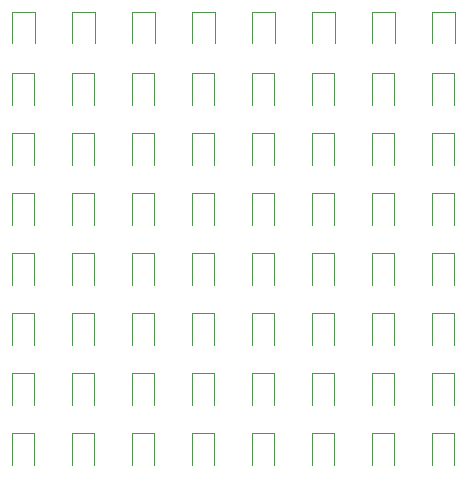
<source format=gbr>
%TF.GenerationSoftware,KiCad,Pcbnew,9.0.3*%
%TF.CreationDate,2025-10-09T23:36:15+02:00*%
%TF.ProjectId,ledkiv2,6c65646b-6976-4322-9e6b-696361645f70,rev?*%
%TF.SameCoordinates,Original*%
%TF.FileFunction,Legend,Top*%
%TF.FilePolarity,Positive*%
%FSLAX46Y46*%
G04 Gerber Fmt 4.6, Leading zero omitted, Abs format (unit mm)*
G04 Created by KiCad (PCBNEW 9.0.3) date 2025-10-09 23:36:15*
%MOMM*%
%LPD*%
G01*
G04 APERTURE LIST*
%ADD10C,0.120000*%
G04 APERTURE END LIST*
D10*
%TO.C,D59*%
X179005000Y-110217500D02*
X179005000Y-107532500D01*
X177085000Y-107532500D02*
X177085000Y-110217500D01*
X179005000Y-107532500D02*
X177085000Y-107532500D01*
%TO.C,D63*%
X179005000Y-115297500D02*
X179005000Y-112612500D01*
X177085000Y-112612500D02*
X177085000Y-115297500D01*
X179005000Y-112612500D02*
X177085000Y-112612500D01*
%TO.C,D7*%
X148525000Y-110217500D02*
X148525000Y-107532500D01*
X146605000Y-107532500D02*
X146605000Y-110217500D01*
X148525000Y-107532500D02*
X146605000Y-107532500D01*
%TO.C,D4*%
X148525000Y-94977500D02*
X148525000Y-92292500D01*
X146605000Y-92292500D02*
X146605000Y-94977500D01*
X148525000Y-92292500D02*
X146605000Y-92292500D01*
%TO.C,D40*%
X184085000Y-84817500D02*
X184085000Y-82132500D01*
X182165000Y-82132500D02*
X182165000Y-84817500D01*
X184085000Y-82132500D02*
X182165000Y-82132500D01*
%TO.C,D36*%
X184092608Y-79601006D02*
X184092608Y-76916006D01*
X182172608Y-76916006D02*
X182172608Y-79601006D01*
X184092608Y-76916006D02*
X182172608Y-76916006D01*
%TO.C,D61*%
X168845000Y-115297500D02*
X168845000Y-112612500D01*
X166925000Y-112612500D02*
X166925000Y-115297500D01*
X168845000Y-112612500D02*
X166925000Y-112612500D01*
%TO.C,D43*%
X179005000Y-89897500D02*
X179005000Y-87212500D01*
X177085000Y-87212500D02*
X177085000Y-89897500D01*
X179005000Y-87212500D02*
X177085000Y-87212500D01*
%TO.C,D23*%
X158685000Y-94977500D02*
X158685000Y-92292500D01*
X156765000Y-92292500D02*
X156765000Y-94977500D01*
X158685000Y-92292500D02*
X156765000Y-92292500D01*
%TO.C,D46*%
X173925000Y-94977500D02*
X173925000Y-92292500D01*
X172005000Y-92292500D02*
X172005000Y-94977500D01*
X173925000Y-92292500D02*
X172005000Y-92292500D01*
%TO.C,D26*%
X163765000Y-100057500D02*
X163765000Y-97372500D01*
X161845000Y-97372500D02*
X161845000Y-100057500D01*
X163765000Y-97372500D02*
X161845000Y-97372500D01*
%TO.C,D10*%
X153605000Y-84817500D02*
X153605000Y-82132500D01*
X151685000Y-82132500D02*
X151685000Y-84817500D01*
X153605000Y-82132500D02*
X151685000Y-82132500D01*
%TO.C,D58*%
X173925000Y-110217500D02*
X173925000Y-107532500D01*
X172005000Y-107532500D02*
X172005000Y-110217500D01*
X173925000Y-107532500D02*
X172005000Y-107532500D01*
%TO.C,D57*%
X168845000Y-110217500D02*
X168845000Y-107532500D01*
X166925000Y-107532500D02*
X166925000Y-110217500D01*
X168845000Y-107532500D02*
X166925000Y-107532500D01*
%TO.C,D21*%
X158685000Y-89897500D02*
X158685000Y-87212500D01*
X156765000Y-87212500D02*
X156765000Y-89897500D01*
X158685000Y-87212500D02*
X156765000Y-87212500D01*
%TO.C,D16*%
X153605000Y-115297500D02*
X153605000Y-112612500D01*
X151685000Y-112612500D02*
X151685000Y-115297500D01*
X153605000Y-112612500D02*
X151685000Y-112612500D01*
%TO.C,D35*%
X179012608Y-79601006D02*
X179012608Y-76916006D01*
X177092608Y-76916006D02*
X177092608Y-79601006D01*
X179012608Y-76916006D02*
X177092608Y-76916006D01*
%TO.C,D48*%
X184085000Y-94977500D02*
X184085000Y-92292500D01*
X182165000Y-92292500D02*
X182165000Y-94977500D01*
X184085000Y-92292500D02*
X182165000Y-92292500D01*
%TO.C,D56*%
X184085000Y-105137500D02*
X184085000Y-102452500D01*
X182165000Y-102452500D02*
X182165000Y-105137500D01*
X184085000Y-102452500D02*
X182165000Y-102452500D01*
%TO.C,D32*%
X163765000Y-115297500D02*
X163765000Y-112612500D01*
X161845000Y-112612500D02*
X161845000Y-115297500D01*
X163765000Y-112612500D02*
X161845000Y-112612500D01*
%TO.C,D18*%
X163772608Y-79601006D02*
X163772608Y-76916006D01*
X161852608Y-76916006D02*
X161852608Y-79601006D01*
X163772608Y-76916006D02*
X161852608Y-76916006D01*
%TO.C,D8*%
X148525000Y-115297500D02*
X148525000Y-112612500D01*
X146605000Y-112612500D02*
X146605000Y-115297500D01*
X148525000Y-112612500D02*
X146605000Y-112612500D01*
%TO.C,D22*%
X163765000Y-89897500D02*
X163765000Y-87212500D01*
X161845000Y-87212500D02*
X161845000Y-89897500D01*
X163765000Y-87212500D02*
X161845000Y-87212500D01*
%TO.C,D53*%
X168845000Y-105137500D02*
X168845000Y-102452500D01*
X166925000Y-102452500D02*
X166925000Y-105137500D01*
X168845000Y-102452500D02*
X166925000Y-102452500D01*
%TO.C,D3*%
X148525000Y-89897500D02*
X148525000Y-87212500D01*
X146605000Y-87212500D02*
X146605000Y-89897500D01*
X148525000Y-87212500D02*
X146605000Y-87212500D01*
%TO.C,D11*%
X153605000Y-89897500D02*
X153605000Y-87212500D01*
X151685000Y-87212500D02*
X151685000Y-89897500D01*
X153605000Y-87212500D02*
X151685000Y-87212500D01*
%TO.C,D1*%
X148532608Y-79601006D02*
X148532608Y-76916006D01*
X146612608Y-76916006D02*
X146612608Y-79601006D01*
X148532608Y-76916006D02*
X146612608Y-76916006D01*
%TO.C,D25*%
X158685000Y-100057500D02*
X158685000Y-97372500D01*
X156765000Y-97372500D02*
X156765000Y-100057500D01*
X158685000Y-97372500D02*
X156765000Y-97372500D01*
%TO.C,D42*%
X173925000Y-89897500D02*
X173925000Y-87212500D01*
X172005000Y-87212500D02*
X172005000Y-89897500D01*
X173925000Y-87212500D02*
X172005000Y-87212500D01*
%TO.C,D44*%
X184085000Y-89897500D02*
X184085000Y-87212500D01*
X182165000Y-87212500D02*
X182165000Y-89897500D01*
X184085000Y-87212500D02*
X182165000Y-87212500D01*
%TO.C,D29*%
X158685000Y-110217500D02*
X158685000Y-107532500D01*
X156765000Y-107532500D02*
X156765000Y-110217500D01*
X158685000Y-107532500D02*
X156765000Y-107532500D01*
%TO.C,D15*%
X153605000Y-110217500D02*
X153605000Y-107532500D01*
X151685000Y-107532500D02*
X151685000Y-110217500D01*
X153605000Y-107532500D02*
X151685000Y-107532500D01*
%TO.C,D9*%
X153612608Y-79601006D02*
X153612608Y-76916006D01*
X151692608Y-76916006D02*
X151692608Y-79601006D01*
X153612608Y-76916006D02*
X151692608Y-76916006D01*
%TO.C,D6*%
X148525000Y-105137500D02*
X148525000Y-102452500D01*
X146605000Y-102452500D02*
X146605000Y-105137500D01*
X148525000Y-102452500D02*
X146605000Y-102452500D01*
%TO.C,D60*%
X184085000Y-110217500D02*
X184085000Y-107532500D01*
X182165000Y-107532500D02*
X182165000Y-110217500D01*
X184085000Y-107532500D02*
X182165000Y-107532500D01*
%TO.C,D5*%
X148525000Y-100057500D02*
X148525000Y-97372500D01*
X146605000Y-97372500D02*
X146605000Y-100057500D01*
X148525000Y-97372500D02*
X146605000Y-97372500D01*
%TO.C,D64*%
X184085000Y-115297500D02*
X184085000Y-112612500D01*
X182165000Y-112612500D02*
X182165000Y-115297500D01*
X184085000Y-112612500D02*
X182165000Y-112612500D01*
%TO.C,D12*%
X153605000Y-94977500D02*
X153605000Y-92292500D01*
X151685000Y-92292500D02*
X151685000Y-94977500D01*
X153605000Y-92292500D02*
X151685000Y-92292500D01*
%TO.C,D2*%
X148525000Y-84817500D02*
X148525000Y-82132500D01*
X146605000Y-82132500D02*
X146605000Y-84817500D01*
X148525000Y-82132500D02*
X146605000Y-82132500D01*
%TO.C,D51*%
X179005000Y-100057500D02*
X179005000Y-97372500D01*
X177085000Y-97372500D02*
X177085000Y-100057500D01*
X179005000Y-97372500D02*
X177085000Y-97372500D01*
%TO.C,D24*%
X163765000Y-94977500D02*
X163765000Y-92292500D01*
X161845000Y-92292500D02*
X161845000Y-94977500D01*
X163765000Y-92292500D02*
X161845000Y-92292500D01*
%TO.C,D45*%
X168845000Y-94977500D02*
X168845000Y-92292500D01*
X166925000Y-92292500D02*
X166925000Y-94977500D01*
X168845000Y-92292500D02*
X166925000Y-92292500D01*
%TO.C,D28*%
X163765000Y-105137500D02*
X163765000Y-102452500D01*
X161845000Y-102452500D02*
X161845000Y-105137500D01*
X163765000Y-102452500D02*
X161845000Y-102452500D01*
%TO.C,D50*%
X173925000Y-100057500D02*
X173925000Y-97372500D01*
X172005000Y-97372500D02*
X172005000Y-100057500D01*
X173925000Y-97372500D02*
X172005000Y-97372500D01*
%TO.C,D20*%
X163765000Y-84817500D02*
X163765000Y-82132500D01*
X161845000Y-82132500D02*
X161845000Y-84817500D01*
X163765000Y-82132500D02*
X161845000Y-82132500D01*
%TO.C,D33*%
X168852608Y-79601006D02*
X168852608Y-76916006D01*
X166932608Y-76916006D02*
X166932608Y-79601006D01*
X168852608Y-76916006D02*
X166932608Y-76916006D01*
%TO.C,D19*%
X158685000Y-84817500D02*
X158685000Y-82132500D01*
X156765000Y-82132500D02*
X156765000Y-84817500D01*
X158685000Y-82132500D02*
X156765000Y-82132500D01*
%TO.C,D34*%
X173932608Y-79601006D02*
X173932608Y-76916006D01*
X172012608Y-76916006D02*
X172012608Y-79601006D01*
X173932608Y-76916006D02*
X172012608Y-76916006D01*
%TO.C,D38*%
X173925000Y-84817500D02*
X173925000Y-82132500D01*
X172005000Y-82132500D02*
X172005000Y-84817500D01*
X173925000Y-82132500D02*
X172005000Y-82132500D01*
%TO.C,D17*%
X158692608Y-79601006D02*
X158692608Y-76916006D01*
X156772608Y-76916006D02*
X156772608Y-79601006D01*
X158692608Y-76916006D02*
X156772608Y-76916006D01*
%TO.C,D14*%
X153605000Y-105137500D02*
X153605000Y-102452500D01*
X151685000Y-102452500D02*
X151685000Y-105137500D01*
X153605000Y-102452500D02*
X151685000Y-102452500D01*
%TO.C,D30*%
X163765000Y-110217500D02*
X163765000Y-107532500D01*
X161845000Y-107532500D02*
X161845000Y-110217500D01*
X163765000Y-107532500D02*
X161845000Y-107532500D01*
%TO.C,D39*%
X179005000Y-84817500D02*
X179005000Y-82132500D01*
X177085000Y-82132500D02*
X177085000Y-84817500D01*
X179005000Y-82132500D02*
X177085000Y-82132500D01*
%TO.C,D13*%
X153605000Y-100057500D02*
X153605000Y-97372500D01*
X151685000Y-97372500D02*
X151685000Y-100057500D01*
X153605000Y-97372500D02*
X151685000Y-97372500D01*
%TO.C,D52*%
X184085000Y-100057500D02*
X184085000Y-97372500D01*
X182165000Y-97372500D02*
X182165000Y-100057500D01*
X184085000Y-97372500D02*
X182165000Y-97372500D01*
%TO.C,D27*%
X158685000Y-105137500D02*
X158685000Y-102452500D01*
X156765000Y-102452500D02*
X156765000Y-105137500D01*
X158685000Y-102452500D02*
X156765000Y-102452500D01*
%TO.C,D54*%
X173925000Y-105137500D02*
X173925000Y-102452500D01*
X172005000Y-102452500D02*
X172005000Y-105137500D01*
X173925000Y-102452500D02*
X172005000Y-102452500D01*
%TO.C,D41*%
X168845000Y-89897500D02*
X168845000Y-87212500D01*
X166925000Y-87212500D02*
X166925000Y-89897500D01*
X168845000Y-87212500D02*
X166925000Y-87212500D01*
%TO.C,D37*%
X168845000Y-84817500D02*
X168845000Y-82132500D01*
X166925000Y-82132500D02*
X166925000Y-84817500D01*
X168845000Y-82132500D02*
X166925000Y-82132500D01*
%TO.C,D31*%
X158685000Y-115297500D02*
X158685000Y-112612500D01*
X156765000Y-112612500D02*
X156765000Y-115297500D01*
X158685000Y-112612500D02*
X156765000Y-112612500D01*
%TO.C,D47*%
X179005000Y-94977500D02*
X179005000Y-92292500D01*
X177085000Y-92292500D02*
X177085000Y-94977500D01*
X179005000Y-92292500D02*
X177085000Y-92292500D01*
%TO.C,D62*%
X173925000Y-115297500D02*
X173925000Y-112612500D01*
X172005000Y-112612500D02*
X172005000Y-115297500D01*
X173925000Y-112612500D02*
X172005000Y-112612500D01*
%TO.C,D49*%
X168845000Y-100057500D02*
X168845000Y-97372500D01*
X166925000Y-97372500D02*
X166925000Y-100057500D01*
X168845000Y-97372500D02*
X166925000Y-97372500D01*
%TO.C,D55*%
X179005000Y-105137500D02*
X179005000Y-102452500D01*
X177085000Y-102452500D02*
X177085000Y-105137500D01*
X179005000Y-102452500D02*
X177085000Y-102452500D01*
%TD*%
M02*

</source>
